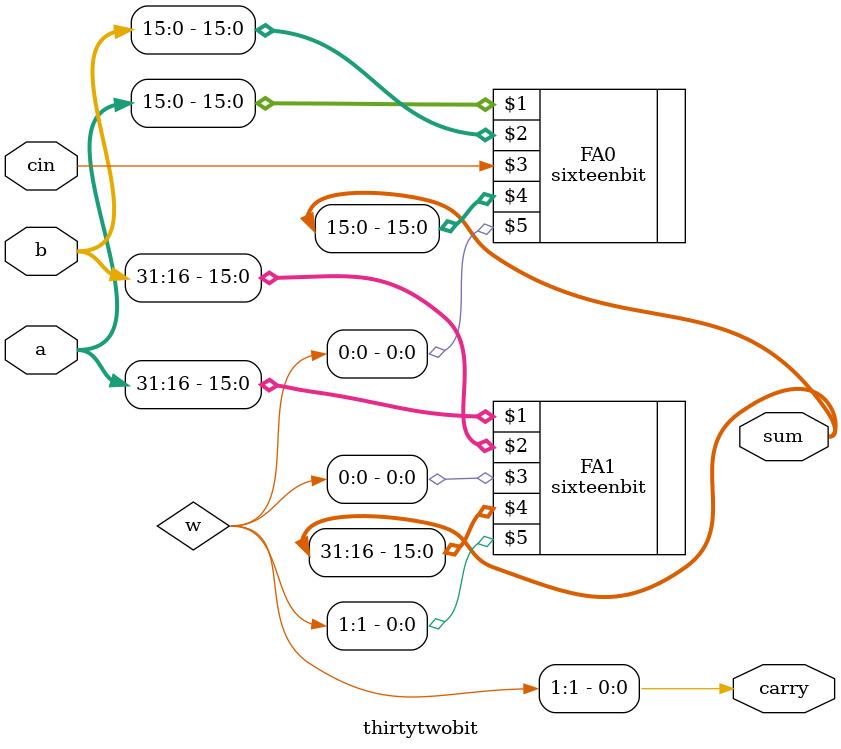
<source format=v>
`include "16bitadder.v"
module thirtytwobit(a,b,cin,sum,carry);
input [31:0] a,b;
input cin;
output [31:0] sum;
output carry;
wire [1:0] w;
sixteenbit FA0(a[15:0],b[15:0],cin,sum[15:0],w[0]);
sixteenbit FA1(a[31:16],b[31:16],w[0],sum[31:16],w[1]);
assign carry=w[1];
endmodule

</source>
